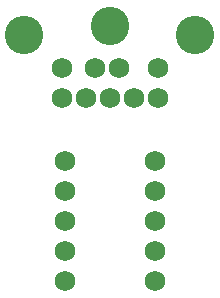
<source format=gbs>
%TF.GenerationSoftware,KiCad,Pcbnew,7.0.9*%
%TF.CreationDate,2024-04-07T08:45:40-04:00*%
%TF.ProjectId,MD-90SM-breakout,4d442d39-3053-44d2-9d62-7265616b6f75,0.1*%
%TF.SameCoordinates,PX85b991cPY53920b0*%
%TF.FileFunction,Soldermask,Bot*%
%TF.FilePolarity,Negative*%
%FSLAX45Y45*%
G04 Gerber Fmt 4.5, Leading zero omitted, Abs format (unit mm)*
G04 Created by KiCad (PCBNEW 7.0.9) date 2024-04-07 08:45:40*
%MOMM*%
%LPD*%
G01*
G04 APERTURE LIST*
%ADD10C,1.727200*%
%ADD11C,3.251200*%
G04 APERTURE END LIST*
D10*
%TO.C,CON103*%
X1333500Y-1337310D03*
X1333500Y-1591310D03*
X1333500Y-1845310D03*
X1333500Y-2099310D03*
X1333500Y-2353310D03*
%TD*%
%TO.C,CON102*%
X571500Y-1337310D03*
X571500Y-1591310D03*
X571500Y-1845310D03*
X571500Y-2099310D03*
X571500Y-2353310D03*
%TD*%
%TO.C,CON101*%
X825500Y-549910D03*
X1028700Y-549910D03*
X546100Y-549910D03*
X749300Y-803910D03*
X952500Y-803910D03*
X1358900Y-549910D03*
X546100Y-803910D03*
X1155700Y-803910D03*
X1358900Y-803910D03*
D11*
X228600Y-270510D03*
X952500Y-194310D03*
X1676400Y-270510D03*
%TD*%
M02*

</source>
